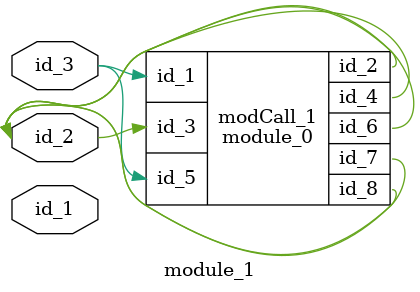
<source format=v>
module module_0 (
    id_1,
    id_2,
    id_3,
    id_4,
    id_5,
    id_6,
    id_7,
    id_8
);
  output wire id_8;
  output wire id_7;
  output wire id_6;
  input wire id_5;
  output wire id_4;
  input wire id_3;
  output wire id_2;
  input wire id_1;
  wire id_9;
  wire id_10;
  assign id_8 = id_1;
endmodule
module module_1 (
    id_1,
    id_2,
    id_3
);
  input wire id_3;
  inout wire id_2;
  module_0 modCall_1 (
      id_3,
      id_2,
      id_2,
      id_2,
      id_3,
      id_2,
      id_2,
      id_2
  );
  input wire id_1;
  parameter id_4 = -1;
endmodule

</source>
